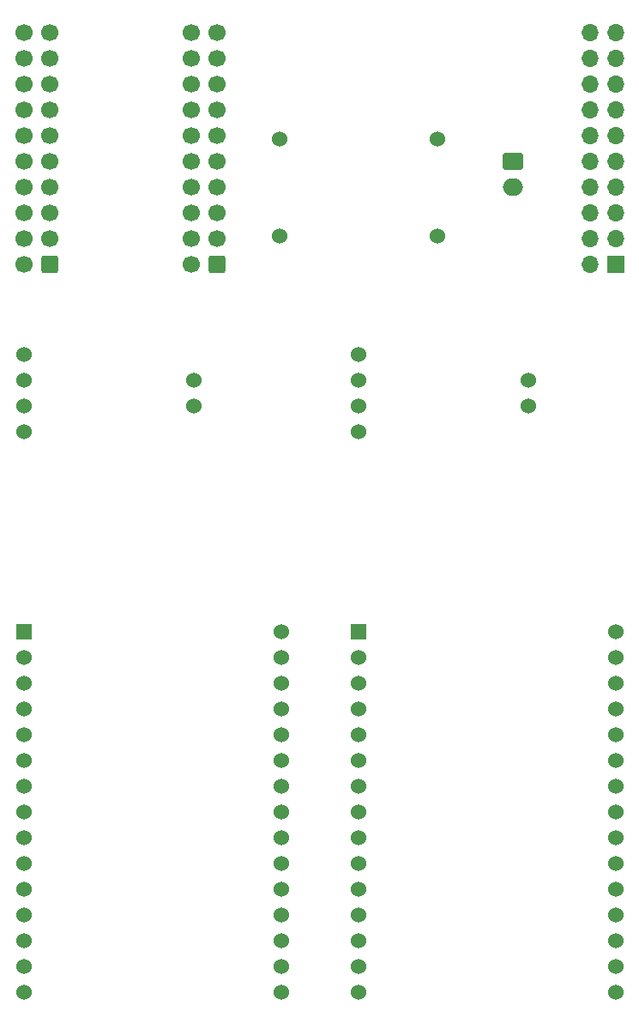
<source format=gbr>
%TF.GenerationSoftware,KiCad,Pcbnew,6.0.2+dfsg-1*%
%TF.CreationDate,2022-10-09T18:24:26+02:00*%
%TF.ProjectId,can_middle,63616e5f-6d69-4646-946c-652e6b696361,rev?*%
%TF.SameCoordinates,Original*%
%TF.FileFunction,Soldermask,Top*%
%TF.FilePolarity,Negative*%
%FSLAX46Y46*%
G04 Gerber Fmt 4.6, Leading zero omitted, Abs format (unit mm)*
G04 Created by KiCad (PCBNEW 6.0.2+dfsg-1) date 2022-10-09 18:24:26*
%MOMM*%
%LPD*%
G01*
G04 APERTURE LIST*
G04 Aperture macros list*
%AMRoundRect*
0 Rectangle with rounded corners*
0 $1 Rounding radius*
0 $2 $3 $4 $5 $6 $7 $8 $9 X,Y pos of 4 corners*
0 Add a 4 corners polygon primitive as box body*
4,1,4,$2,$3,$4,$5,$6,$7,$8,$9,$2,$3,0*
0 Add four circle primitives for the rounded corners*
1,1,$1+$1,$2,$3*
1,1,$1+$1,$4,$5*
1,1,$1+$1,$6,$7*
1,1,$1+$1,$8,$9*
0 Add four rect primitives between the rounded corners*
20,1,$1+$1,$2,$3,$4,$5,0*
20,1,$1+$1,$4,$5,$6,$7,0*
20,1,$1+$1,$6,$7,$8,$9,0*
20,1,$1+$1,$8,$9,$2,$3,0*%
G04 Aperture macros list end*
%ADD10RoundRect,0.250000X0.600000X0.600000X-0.600000X0.600000X-0.600000X-0.600000X0.600000X-0.600000X0*%
%ADD11C,1.700000*%
%ADD12RoundRect,0.250000X-0.750000X0.600000X-0.750000X-0.600000X0.750000X-0.600000X0.750000X0.600000X0*%
%ADD13O,2.000000X1.700000*%
%ADD14C,1.524000*%
%ADD15R,1.700000X1.700000*%
%ADD16O,1.700000X1.700000*%
%ADD17R,1.524000X1.524000*%
G04 APERTURE END LIST*
D10*
%TO.C,J2*%
X156215000Y-91430000D03*
D11*
X153675000Y-91430000D03*
X156215000Y-88890000D03*
X153675000Y-88890000D03*
X156215000Y-86350000D03*
X153675000Y-86350000D03*
X156215000Y-83810000D03*
X153675000Y-83810000D03*
X156215000Y-81270000D03*
X153675000Y-81270000D03*
X156215000Y-78730000D03*
X153675000Y-78730000D03*
X156215000Y-76190000D03*
X153675000Y-76190000D03*
X156215000Y-73650000D03*
X153675000Y-73650000D03*
X156215000Y-71110000D03*
X153675000Y-71110000D03*
X156215000Y-68570000D03*
X153675000Y-68570000D03*
%TD*%
D12*
%TO.C,J4*%
X185420000Y-81280000D03*
D13*
X185420000Y-83780000D03*
%TD*%
D14*
%TO.C,U1*%
X170180000Y-107950000D03*
X170180000Y-105410000D03*
X170173772Y-102840265D03*
X170180000Y-100330000D03*
X186980000Y-105410000D03*
X186980000Y-102870000D03*
%TD*%
D15*
%TO.C,J1*%
X195580000Y-91430000D03*
D16*
X193040000Y-91430000D03*
X195580000Y-88890000D03*
X193040000Y-88890000D03*
X195580000Y-86350000D03*
X193040000Y-86350000D03*
X195580000Y-83810000D03*
X193040000Y-83810000D03*
X195580000Y-81270000D03*
X193040000Y-81270000D03*
X195580000Y-78730000D03*
X193040000Y-78730000D03*
X195580000Y-76190000D03*
X193040000Y-76190000D03*
X195580000Y-73650000D03*
X193040000Y-73650000D03*
X195580000Y-71110000D03*
X193040000Y-71110000D03*
X195580000Y-68570000D03*
X193040000Y-68570000D03*
%TD*%
D14*
%TO.C,U5*%
X162380000Y-79020000D03*
X177980000Y-79020000D03*
X177980000Y-88620000D03*
X162380000Y-88620000D03*
%TD*%
D17*
%TO.C,U4*%
X137160000Y-127610000D03*
D14*
X137160000Y-130150000D03*
X137160000Y-132690000D03*
X137160000Y-135230000D03*
X137160000Y-137770000D03*
X137160000Y-140310000D03*
X137160000Y-142850000D03*
X137160000Y-145390000D03*
X137160000Y-147930000D03*
X137160000Y-150470000D03*
X137160000Y-153010000D03*
X137160000Y-155550000D03*
X137160000Y-158090000D03*
X137160000Y-160630000D03*
X137160000Y-163170000D03*
X162560000Y-163170000D03*
X162560000Y-160630000D03*
X162560000Y-158090000D03*
X162560000Y-155550000D03*
X162560000Y-153010000D03*
X162560000Y-150470000D03*
X162560000Y-147930000D03*
X162560000Y-145390000D03*
X162560000Y-142850000D03*
X162560000Y-140310000D03*
X162560000Y-137770000D03*
X162560000Y-135230000D03*
X162560000Y-132690000D03*
X162560000Y-130150000D03*
X162560000Y-127610000D03*
%TD*%
%TO.C,U2*%
X137160000Y-107950000D03*
X137160000Y-105410000D03*
X137153772Y-102840265D03*
X137160000Y-100330000D03*
X153960000Y-105410000D03*
X153960000Y-102870000D03*
%TD*%
D17*
%TO.C,U3*%
X170180000Y-127610000D03*
D14*
X170180000Y-130150000D03*
X170180000Y-132690000D03*
X170180000Y-135230000D03*
X170180000Y-137770000D03*
X170180000Y-140310000D03*
X170180000Y-142850000D03*
X170180000Y-145390000D03*
X170180000Y-147930000D03*
X170180000Y-150470000D03*
X170180000Y-153010000D03*
X170180000Y-155550000D03*
X170180000Y-158090000D03*
X170180000Y-160630000D03*
X170180000Y-163170000D03*
X195580000Y-163170000D03*
X195580000Y-160630000D03*
X195580000Y-158090000D03*
X195580000Y-155550000D03*
X195580000Y-153010000D03*
X195580000Y-150470000D03*
X195580000Y-147930000D03*
X195580000Y-145390000D03*
X195580000Y-142850000D03*
X195580000Y-140310000D03*
X195580000Y-137770000D03*
X195580000Y-135230000D03*
X195580000Y-132690000D03*
X195580000Y-130150000D03*
X195580000Y-127610000D03*
%TD*%
D10*
%TO.C,J3*%
X139700000Y-91430000D03*
D11*
X137160000Y-91430000D03*
X139700000Y-88890000D03*
X137160000Y-88890000D03*
X139700000Y-86350000D03*
X137160000Y-86350000D03*
X139700000Y-83810000D03*
X137160000Y-83810000D03*
X139700000Y-81270000D03*
X137160000Y-81270000D03*
X139700000Y-78730000D03*
X137160000Y-78730000D03*
X139700000Y-76190000D03*
X137160000Y-76190000D03*
X139700000Y-73650000D03*
X137160000Y-73650000D03*
X139700000Y-71110000D03*
X137160000Y-71110000D03*
X139700000Y-68570000D03*
X137160000Y-68570000D03*
%TD*%
M02*

</source>
